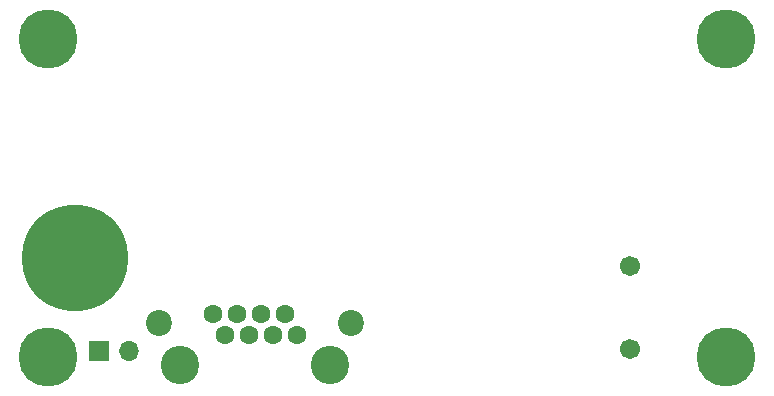
<source format=gbs>
G04 #@! TF.FileFunction,Soldermask,Bot*
%FSLAX46Y46*%
G04 Gerber Fmt 4.6, Leading zero omitted, Abs format (unit mm)*
G04 Created by KiCad (PCBNEW 4.0.7) date 06/27/18 15:39:23*
%MOMM*%
%LPD*%
G01*
G04 APERTURE LIST*
%ADD10C,0.150000*%
%ADD11C,2.200000*%
%ADD12C,3.250000*%
%ADD13C,1.600000*%
%ADD14C,1.701800*%
%ADD15R,1.700000X1.700000*%
%ADD16O,1.700000X1.700000*%
%ADD17C,5.000000*%
%ADD18C,9.000000*%
G04 APERTURE END LIST*
D10*
D11*
X37844000Y-47374000D03*
X54104000Y-47374000D03*
D12*
X39624000Y-50934000D03*
X52324000Y-50934000D03*
D13*
X45474000Y-48394000D03*
X47504000Y-48394000D03*
X44444000Y-46614000D03*
X46474000Y-46614000D03*
X42414000Y-46614000D03*
X43444000Y-48394000D03*
X48504000Y-46614000D03*
X49534000Y-48394000D03*
D14*
X77724000Y-42570400D03*
X77724000Y-49580800D03*
D15*
X32766000Y-49784000D03*
D16*
X35306000Y-49784000D03*
D17*
X28448000Y-50292000D03*
X85852000Y-50292000D03*
D18*
X30734000Y-41910000D03*
D17*
X28448000Y-23368000D03*
X85852000Y-23368000D03*
M02*

</source>
